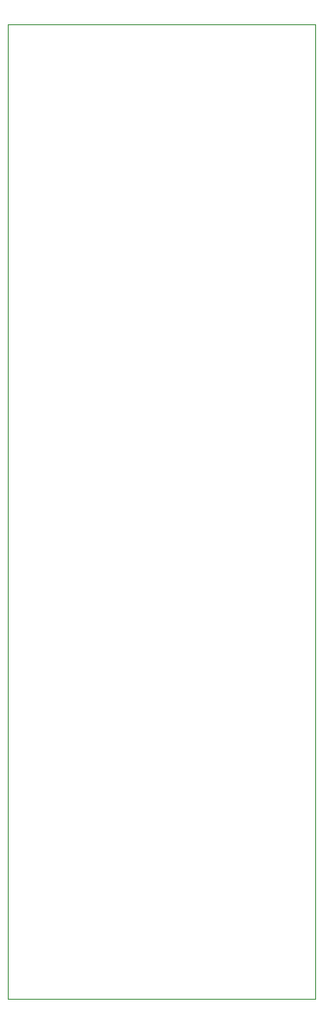
<source format=gbr>
%TF.GenerationSoftware,KiCad,Pcbnew,(5.1.9)-1*%
%TF.CreationDate,2021-05-29T21:30:48+01:00*%
%TF.ProjectId,KosmicSuperspreader,4b6f736d-6963-4537-9570-657273707265,rev?*%
%TF.SameCoordinates,Original*%
%TF.FileFunction,Profile,NP*%
%FSLAX46Y46*%
G04 Gerber Fmt 4.6, Leading zero omitted, Abs format (unit mm)*
G04 Created by KiCad (PCBNEW (5.1.9)-1) date 2021-05-29 21:30:48*
%MOMM*%
%LPD*%
G01*
G04 APERTURE LIST*
%TA.AperFunction,Profile*%
%ADD10C,0.100000*%
%TD*%
G04 APERTURE END LIST*
D10*
X170000000Y-65000000D02*
X170000000Y-160000000D01*
X140000000Y-65000000D02*
X170000000Y-65000000D01*
X140000000Y-160000000D02*
X140000000Y-65000000D01*
X170000000Y-160000000D02*
X140000000Y-160000000D01*
M02*

</source>
